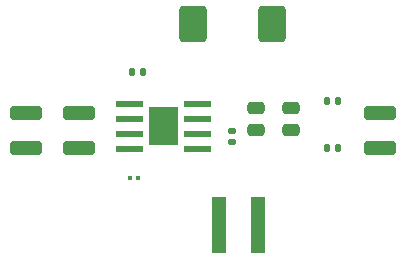
<source format=gtp>
%TF.GenerationSoftware,KiCad,Pcbnew,9.0.4*%
%TF.CreationDate,2025-09-24T03:04:27+03:00*%
%TF.ProjectId,TPS54331DDAR_Buck_converter,54505335-3433-4333-9144-4441525f4275,rev?*%
%TF.SameCoordinates,Original*%
%TF.FileFunction,Paste,Top*%
%TF.FilePolarity,Positive*%
%FSLAX46Y46*%
G04 Gerber Fmt 4.6, Leading zero omitted, Abs format (unit mm)*
G04 Created by KiCad (PCBNEW 9.0.4) date 2025-09-24 03:04:27*
%MOMM*%
%LPD*%
G01*
G04 APERTURE LIST*
G04 Aperture macros list*
%AMRoundRect*
0 Rectangle with rounded corners*
0 $1 Rounding radius*
0 $2 $3 $4 $5 $6 $7 $8 $9 X,Y pos of 4 corners*
0 Add a 4 corners polygon primitive as box body*
4,1,4,$2,$3,$4,$5,$6,$7,$8,$9,$2,$3,0*
0 Add four circle primitives for the rounded corners*
1,1,$1+$1,$2,$3*
1,1,$1+$1,$4,$5*
1,1,$1+$1,$6,$7*
1,1,$1+$1,$8,$9*
0 Add four rect primitives between the rounded corners*
20,1,$1+$1,$2,$3,$4,$5,0*
20,1,$1+$1,$4,$5,$6,$7,0*
20,1,$1+$1,$6,$7,$8,$9,0*
20,1,$1+$1,$8,$9,$2,$3,0*%
G04 Aperture macros list end*
%ADD10C,0.010000*%
%ADD11RoundRect,0.250000X1.100000X-0.325000X1.100000X0.325000X-1.100000X0.325000X-1.100000X-0.325000X0*%
%ADD12RoundRect,0.079500X-0.079500X-0.100500X0.079500X-0.100500X0.079500X0.100500X-0.079500X0.100500X0*%
%ADD13RoundRect,0.140000X-0.140000X-0.170000X0.140000X-0.170000X0.140000X0.170000X-0.140000X0.170000X0*%
%ADD14RoundRect,0.140000X-0.170000X0.140000X-0.170000X-0.140000X0.170000X-0.140000X0.170000X0.140000X0*%
%ADD15RoundRect,0.250000X0.475000X-0.250000X0.475000X0.250000X-0.475000X0.250000X-0.475000X-0.250000X0*%
%ADD16R,1.180000X4.700000*%
%ADD17RoundRect,0.291250X-0.873750X-1.243750X0.873750X-1.243750X0.873750X1.243750X-0.873750X1.243750X0*%
G04 APERTURE END LIST*
D10*
%TO.C,U1*%
X126325000Y-75415000D02*
X124175000Y-75415000D01*
X124175000Y-74965000D01*
X126325000Y-74965000D01*
X126325000Y-75415000D01*
G36*
X126325000Y-75415000D02*
G01*
X124175000Y-75415000D01*
X124175000Y-74965000D01*
X126325000Y-74965000D01*
X126325000Y-75415000D01*
G37*
X126325000Y-76685000D02*
X124175000Y-76685000D01*
X124175000Y-76235000D01*
X126325000Y-76235000D01*
X126325000Y-76685000D01*
G36*
X126325000Y-76685000D02*
G01*
X124175000Y-76685000D01*
X124175000Y-76235000D01*
X126325000Y-76235000D01*
X126325000Y-76685000D01*
G37*
X126325000Y-77955000D02*
X124175000Y-77955000D01*
X124175000Y-77505000D01*
X126325000Y-77505000D01*
X126325000Y-77955000D01*
G36*
X126325000Y-77955000D02*
G01*
X124175000Y-77955000D01*
X124175000Y-77505000D01*
X126325000Y-77505000D01*
X126325000Y-77955000D01*
G37*
X126325000Y-79225000D02*
X124175000Y-79225000D01*
X124175000Y-78775000D01*
X126325000Y-78775000D01*
X126325000Y-79225000D01*
G36*
X126325000Y-79225000D02*
G01*
X124175000Y-79225000D01*
X124175000Y-78775000D01*
X126325000Y-78775000D01*
X126325000Y-79225000D01*
G37*
X129325000Y-78645000D02*
X126925000Y-78645000D01*
X126925000Y-75545000D01*
X129325000Y-75545000D01*
X129325000Y-78645000D01*
G36*
X129325000Y-78645000D02*
G01*
X126925000Y-78645000D01*
X126925000Y-75545000D01*
X129325000Y-75545000D01*
X129325000Y-78645000D01*
G37*
X132075000Y-75415000D02*
X129925000Y-75415000D01*
X129925000Y-74965000D01*
X132075000Y-74965000D01*
X132075000Y-75415000D01*
G36*
X132075000Y-75415000D02*
G01*
X129925000Y-75415000D01*
X129925000Y-74965000D01*
X132075000Y-74965000D01*
X132075000Y-75415000D01*
G37*
X132075000Y-76685000D02*
X129925000Y-76685000D01*
X129925000Y-76235000D01*
X132075000Y-76235000D01*
X132075000Y-76685000D01*
G36*
X132075000Y-76685000D02*
G01*
X129925000Y-76685000D01*
X129925000Y-76235000D01*
X132075000Y-76235000D01*
X132075000Y-76685000D01*
G37*
X132075000Y-77955000D02*
X129925000Y-77955000D01*
X129925000Y-77505000D01*
X132075000Y-77505000D01*
X132075000Y-77955000D01*
G36*
X132075000Y-77955000D02*
G01*
X129925000Y-77955000D01*
X129925000Y-77505000D01*
X132075000Y-77505000D01*
X132075000Y-77955000D01*
G37*
X132075000Y-79225000D02*
X129925000Y-79225000D01*
X129925000Y-78775000D01*
X132075000Y-78775000D01*
X132075000Y-79225000D01*
G36*
X132075000Y-79225000D02*
G01*
X129925000Y-79225000D01*
X129925000Y-78775000D01*
X132075000Y-78775000D01*
X132075000Y-79225000D01*
G37*
%TD*%
D11*
%TO.C,Cin2*%
X121000000Y-78975000D03*
X121000000Y-76025000D03*
%TD*%
D12*
%TO.C,Css1*%
X125335000Y-81500000D03*
X126025000Y-81500000D03*
%TD*%
D13*
%TO.C,Cboot1*%
X125520000Y-72500000D03*
X126480000Y-72500000D03*
%TD*%
D11*
%TO.C,Cout1*%
X146500000Y-78975000D03*
X146500000Y-76025000D03*
%TD*%
D14*
%TO.C,Rcomp1*%
X134000000Y-77520000D03*
X134000000Y-78480000D03*
%TD*%
D13*
%TO.C,Rfbt1*%
X142020000Y-79000000D03*
X142980000Y-79000000D03*
%TD*%
D11*
%TO.C,Cin1*%
X116500000Y-78950000D03*
X116500000Y-76000000D03*
%TD*%
D13*
%TO.C,Rfbb1*%
X142000000Y-75000000D03*
X142960000Y-75000000D03*
%TD*%
D15*
%TO.C,Ccomp1*%
X136000000Y-77450000D03*
X136000000Y-75550000D03*
%TD*%
D16*
%TO.C,L1*%
X132845000Y-85500000D03*
X136155000Y-85500000D03*
%TD*%
D15*
%TO.C,Ccomp2*%
X139000000Y-77450000D03*
X139000000Y-75550000D03*
%TD*%
D17*
%TO.C,D1*%
X137365000Y-68500000D03*
X130635000Y-68500000D03*
%TD*%
M02*

</source>
